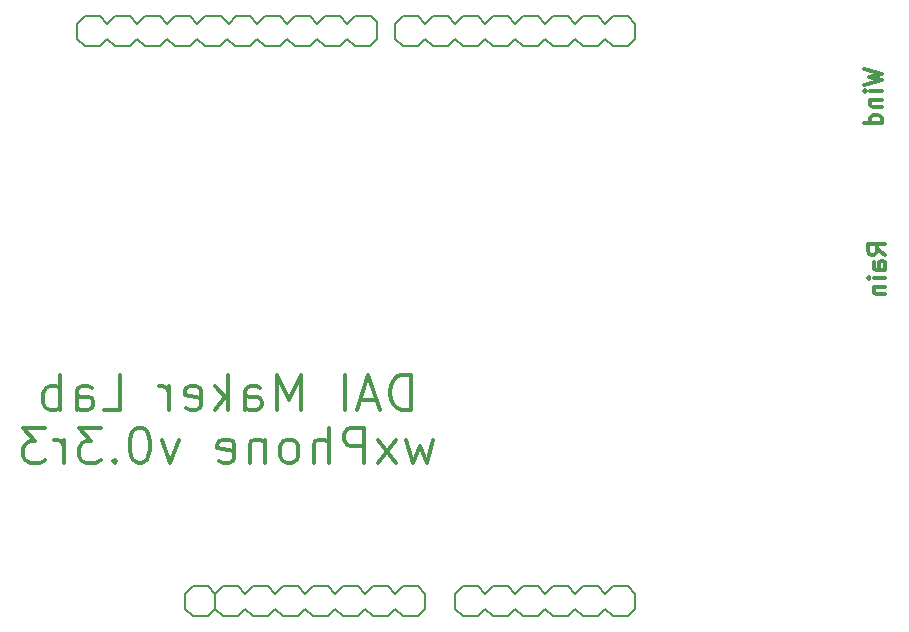
<source format=gbr>
G04 #@! TF.FileFunction,Legend,Bot*
%FSLAX46Y46*%
G04 Gerber Fmt 4.6, Leading zero omitted, Abs format (unit mm)*
G04 Created by KiCad (PCBNEW 4.0.2-stable) date Tuesday, December 06, 2016 'PMt' 03:41:46 PM*
%MOMM*%
G01*
G04 APERTURE LIST*
%ADD10C,0.100000*%
%ADD11C,0.300000*%
%ADD12C,0.150000*%
G04 APERTURE END LIST*
D10*
D11*
X189959371Y-99130800D02*
X189245086Y-98630800D01*
X189959371Y-98273657D02*
X188459371Y-98273657D01*
X188459371Y-98845085D01*
X188530800Y-98987943D01*
X188602229Y-99059371D01*
X188745086Y-99130800D01*
X188959371Y-99130800D01*
X189102229Y-99059371D01*
X189173657Y-98987943D01*
X189245086Y-98845085D01*
X189245086Y-98273657D01*
X189959371Y-100416514D02*
X189173657Y-100416514D01*
X189030800Y-100345085D01*
X188959371Y-100202228D01*
X188959371Y-99916514D01*
X189030800Y-99773657D01*
X189887943Y-100416514D02*
X189959371Y-100273657D01*
X189959371Y-99916514D01*
X189887943Y-99773657D01*
X189745086Y-99702228D01*
X189602229Y-99702228D01*
X189459371Y-99773657D01*
X189387943Y-99916514D01*
X189387943Y-100273657D01*
X189316514Y-100416514D01*
X189959371Y-101130800D02*
X188959371Y-101130800D01*
X188459371Y-101130800D02*
X188530800Y-101059371D01*
X188602229Y-101130800D01*
X188530800Y-101202228D01*
X188459371Y-101130800D01*
X188602229Y-101130800D01*
X188959371Y-101845086D02*
X189959371Y-101845086D01*
X189102229Y-101845086D02*
X189030800Y-101916514D01*
X188959371Y-102059372D01*
X188959371Y-102273657D01*
X189030800Y-102416514D01*
X189173657Y-102487943D01*
X189959371Y-102487943D01*
X188154571Y-83444057D02*
X189654571Y-83801200D01*
X188583143Y-84086914D01*
X189654571Y-84372628D01*
X188154571Y-84729771D01*
X189654571Y-85301200D02*
X188654571Y-85301200D01*
X188154571Y-85301200D02*
X188226000Y-85229771D01*
X188297429Y-85301200D01*
X188226000Y-85372628D01*
X188154571Y-85301200D01*
X188297429Y-85301200D01*
X188654571Y-86015486D02*
X189654571Y-86015486D01*
X188797429Y-86015486D02*
X188726000Y-86086914D01*
X188654571Y-86229772D01*
X188654571Y-86444057D01*
X188726000Y-86586914D01*
X188868857Y-86658343D01*
X189654571Y-86658343D01*
X189654571Y-88015486D02*
X188154571Y-88015486D01*
X189583143Y-88015486D02*
X189654571Y-87872629D01*
X189654571Y-87586915D01*
X189583143Y-87444057D01*
X189511714Y-87372629D01*
X189368857Y-87301200D01*
X188940286Y-87301200D01*
X188797429Y-87372629D01*
X188726000Y-87444057D01*
X188654571Y-87586915D01*
X188654571Y-87872629D01*
X188726000Y-88015486D01*
X149764399Y-112289543D02*
X149764399Y-109289543D01*
X149050114Y-109289543D01*
X148621542Y-109432400D01*
X148335828Y-109718114D01*
X148192971Y-110003829D01*
X148050114Y-110575257D01*
X148050114Y-111003829D01*
X148192971Y-111575257D01*
X148335828Y-111860971D01*
X148621542Y-112146686D01*
X149050114Y-112289543D01*
X149764399Y-112289543D01*
X146907256Y-111432400D02*
X145478685Y-111432400D01*
X147192971Y-112289543D02*
X146192971Y-109289543D01*
X145192971Y-112289543D01*
X144192970Y-112289543D02*
X144192970Y-109289543D01*
X140478685Y-112289543D02*
X140478685Y-109289543D01*
X139478685Y-111432400D01*
X138478685Y-109289543D01*
X138478685Y-112289543D01*
X135764400Y-112289543D02*
X135764400Y-110718114D01*
X135907257Y-110432400D01*
X136192971Y-110289543D01*
X136764400Y-110289543D01*
X137050114Y-110432400D01*
X135764400Y-112146686D02*
X136050114Y-112289543D01*
X136764400Y-112289543D01*
X137050114Y-112146686D01*
X137192971Y-111860971D01*
X137192971Y-111575257D01*
X137050114Y-111289543D01*
X136764400Y-111146686D01*
X136050114Y-111146686D01*
X135764400Y-111003829D01*
X134335828Y-112289543D02*
X134335828Y-109289543D01*
X134050114Y-111146686D02*
X133192971Y-112289543D01*
X133192971Y-110289543D02*
X134335828Y-111432400D01*
X130764400Y-112146686D02*
X131050114Y-112289543D01*
X131621543Y-112289543D01*
X131907257Y-112146686D01*
X132050114Y-111860971D01*
X132050114Y-110718114D01*
X131907257Y-110432400D01*
X131621543Y-110289543D01*
X131050114Y-110289543D01*
X130764400Y-110432400D01*
X130621543Y-110718114D01*
X130621543Y-111003829D01*
X132050114Y-111289543D01*
X129335828Y-112289543D02*
X129335828Y-110289543D01*
X129335828Y-110860971D02*
X129192971Y-110575257D01*
X129050114Y-110432400D01*
X128764400Y-110289543D01*
X128478685Y-110289543D01*
X123764400Y-112289543D02*
X125192971Y-112289543D01*
X125192971Y-109289543D01*
X121478686Y-112289543D02*
X121478686Y-110718114D01*
X121621543Y-110432400D01*
X121907257Y-110289543D01*
X122478686Y-110289543D01*
X122764400Y-110432400D01*
X121478686Y-112146686D02*
X121764400Y-112289543D01*
X122478686Y-112289543D01*
X122764400Y-112146686D01*
X122907257Y-111860971D01*
X122907257Y-111575257D01*
X122764400Y-111289543D01*
X122478686Y-111146686D01*
X121764400Y-111146686D01*
X121478686Y-111003829D01*
X120050114Y-112289543D02*
X120050114Y-109289543D01*
X120050114Y-110432400D02*
X119764400Y-110289543D01*
X119192971Y-110289543D01*
X118907257Y-110432400D01*
X118764400Y-110575257D01*
X118621543Y-110860971D01*
X118621543Y-111718114D01*
X118764400Y-112003829D01*
X118907257Y-112146686D01*
X119192971Y-112289543D01*
X119764400Y-112289543D01*
X120050114Y-112146686D01*
X151692972Y-114789543D02*
X151121543Y-116789543D01*
X150550114Y-115360971D01*
X149978686Y-116789543D01*
X149407257Y-114789543D01*
X148550115Y-116789543D02*
X146978686Y-114789543D01*
X148550115Y-114789543D02*
X146978686Y-116789543D01*
X145835829Y-116789543D02*
X145835829Y-113789543D01*
X144692972Y-113789543D01*
X144407258Y-113932400D01*
X144264401Y-114075257D01*
X144121544Y-114360971D01*
X144121544Y-114789543D01*
X144264401Y-115075257D01*
X144407258Y-115218114D01*
X144692972Y-115360971D01*
X145835829Y-115360971D01*
X142835829Y-116789543D02*
X142835829Y-113789543D01*
X141550115Y-116789543D02*
X141550115Y-115218114D01*
X141692972Y-114932400D01*
X141978686Y-114789543D01*
X142407258Y-114789543D01*
X142692972Y-114932400D01*
X142835829Y-115075257D01*
X139692972Y-116789543D02*
X139978686Y-116646686D01*
X140121543Y-116503829D01*
X140264400Y-116218114D01*
X140264400Y-115360971D01*
X140121543Y-115075257D01*
X139978686Y-114932400D01*
X139692972Y-114789543D01*
X139264400Y-114789543D01*
X138978686Y-114932400D01*
X138835829Y-115075257D01*
X138692972Y-115360971D01*
X138692972Y-116218114D01*
X138835829Y-116503829D01*
X138978686Y-116646686D01*
X139264400Y-116789543D01*
X139692972Y-116789543D01*
X137407257Y-114789543D02*
X137407257Y-116789543D01*
X137407257Y-115075257D02*
X137264400Y-114932400D01*
X136978686Y-114789543D01*
X136550114Y-114789543D01*
X136264400Y-114932400D01*
X136121543Y-115218114D01*
X136121543Y-116789543D01*
X133550114Y-116646686D02*
X133835828Y-116789543D01*
X134407257Y-116789543D01*
X134692971Y-116646686D01*
X134835828Y-116360971D01*
X134835828Y-115218114D01*
X134692971Y-114932400D01*
X134407257Y-114789543D01*
X133835828Y-114789543D01*
X133550114Y-114932400D01*
X133407257Y-115218114D01*
X133407257Y-115503829D01*
X134835828Y-115789543D01*
X130121543Y-114789543D02*
X129407257Y-116789543D01*
X128692971Y-114789543D01*
X126978686Y-113789543D02*
X126692971Y-113789543D01*
X126407257Y-113932400D01*
X126264400Y-114075257D01*
X126121543Y-114360971D01*
X125978686Y-114932400D01*
X125978686Y-115646686D01*
X126121543Y-116218114D01*
X126264400Y-116503829D01*
X126407257Y-116646686D01*
X126692971Y-116789543D01*
X126978686Y-116789543D01*
X127264400Y-116646686D01*
X127407257Y-116503829D01*
X127550114Y-116218114D01*
X127692971Y-115646686D01*
X127692971Y-114932400D01*
X127550114Y-114360971D01*
X127407257Y-114075257D01*
X127264400Y-113932400D01*
X126978686Y-113789543D01*
X124692971Y-116503829D02*
X124550114Y-116646686D01*
X124692971Y-116789543D01*
X124835828Y-116646686D01*
X124692971Y-116503829D01*
X124692971Y-116789543D01*
X123550115Y-113789543D02*
X121692972Y-113789543D01*
X122692972Y-114932400D01*
X122264400Y-114932400D01*
X121978686Y-115075257D01*
X121835829Y-115218114D01*
X121692972Y-115503829D01*
X121692972Y-116218114D01*
X121835829Y-116503829D01*
X121978686Y-116646686D01*
X122264400Y-116789543D01*
X123121543Y-116789543D01*
X123407257Y-116646686D01*
X123550115Y-116503829D01*
X120407257Y-116789543D02*
X120407257Y-114789543D01*
X120407257Y-115360971D02*
X120264400Y-115075257D01*
X120121543Y-114932400D01*
X119835829Y-114789543D01*
X119550114Y-114789543D01*
X118835829Y-113789543D02*
X116978686Y-113789543D01*
X117978686Y-114932400D01*
X117550114Y-114932400D01*
X117264400Y-115075257D01*
X117121543Y-115218114D01*
X116978686Y-115503829D01*
X116978686Y-116218114D01*
X117121543Y-116503829D01*
X117264400Y-116646686D01*
X117550114Y-116789543D01*
X118407257Y-116789543D01*
X118692971Y-116646686D01*
X118835829Y-116503829D01*
D12*
X143752100Y-81473600D02*
X142482100Y-81473600D01*
X142482100Y-81473600D02*
X141847100Y-80838600D01*
X141847100Y-80838600D02*
X141212100Y-81473600D01*
X141212100Y-81473600D02*
X139942100Y-81473600D01*
X139942100Y-81473600D02*
X139307100Y-80838600D01*
X139307100Y-80838600D02*
X138672100Y-81473600D01*
X138672100Y-81473600D02*
X137402100Y-81473600D01*
X137402100Y-81473600D02*
X136767100Y-80838600D01*
X136767100Y-80838600D02*
X136132100Y-81473600D01*
X136132100Y-81473600D02*
X134862100Y-81473600D01*
X134862100Y-81473600D02*
X134227100Y-80838600D01*
X134227100Y-80838600D02*
X133592100Y-81473600D01*
X133592100Y-81473600D02*
X132449100Y-81473600D01*
X132449100Y-81473600D02*
X132322100Y-81473600D01*
X132322100Y-81473600D02*
X131687100Y-80838600D01*
X131687100Y-80838600D02*
X131052100Y-81473600D01*
X131052100Y-81473600D02*
X129782100Y-81473600D01*
X129782100Y-81473600D02*
X129147100Y-80838600D01*
X129147100Y-80838600D02*
X128512100Y-81473600D01*
X128512100Y-81473600D02*
X127242100Y-81473600D01*
X127242100Y-81473600D02*
X126607100Y-80838600D01*
X126607100Y-80838600D02*
X125972100Y-81473600D01*
X125972100Y-81473600D02*
X124702100Y-81473600D01*
X124702100Y-81473600D02*
X124067100Y-80838600D01*
X124067100Y-80838600D02*
X123432100Y-81473600D01*
X123432100Y-81473600D02*
X122162100Y-81473600D01*
X122162100Y-81473600D02*
X121527100Y-80838600D01*
X121527100Y-79568600D02*
X121527100Y-80838600D01*
X128512100Y-78933600D02*
X127242100Y-78933600D01*
X127242100Y-78933600D02*
X126607100Y-79568600D01*
X126607100Y-79568600D02*
X125972100Y-78933600D01*
X125972100Y-78933600D02*
X124702100Y-78933600D01*
X124702100Y-78933600D02*
X124067100Y-79568600D01*
X124067100Y-79568600D02*
X123432100Y-78933600D01*
X123432100Y-78933600D02*
X122162100Y-78933600D01*
X122162100Y-78933600D02*
X121527100Y-79568600D01*
X143752100Y-78933600D02*
X142482100Y-78933600D01*
X142482100Y-78933600D02*
X141847100Y-79568600D01*
X141847100Y-79568600D02*
X141212100Y-78933600D01*
X141212100Y-78933600D02*
X139942100Y-78933600D01*
X139942100Y-78933600D02*
X139307100Y-79568600D01*
X139307100Y-79568600D02*
X138672100Y-78933600D01*
X138672100Y-78933600D02*
X137402100Y-78933600D01*
X137402100Y-78933600D02*
X136767100Y-79568600D01*
X136767100Y-79568600D02*
X136132100Y-78933600D01*
X136132100Y-78933600D02*
X134989100Y-78933600D01*
X134989100Y-78933600D02*
X134354100Y-79568600D01*
X134354100Y-79568600D02*
X133719100Y-78933600D01*
X133719100Y-78933600D02*
X132322100Y-78933600D01*
X132322100Y-78933600D02*
X131687100Y-79568600D01*
X131687100Y-79568600D02*
X131052100Y-78933600D01*
X131052100Y-78933600D02*
X129782100Y-78933600D01*
X129782100Y-78933600D02*
X129147100Y-79568600D01*
X129147100Y-79568600D02*
X128512100Y-78933600D01*
X145022100Y-78933600D02*
X146165100Y-78933600D01*
X146292100Y-81473600D02*
X145022100Y-81473600D01*
X146927100Y-80838600D02*
X146927100Y-79441600D01*
X146927100Y-80838600D02*
X146292100Y-81473600D01*
X145022100Y-81473600D02*
X144387100Y-80838600D01*
X144387100Y-80838600D02*
X143752100Y-81473600D01*
X144387100Y-79568600D02*
X143752100Y-78933600D01*
X145022100Y-78933600D02*
X144387100Y-79568600D01*
X146927100Y-79441600D02*
X146419100Y-78933600D01*
X146419100Y-78933600D02*
X146165100Y-78933600D01*
X165596100Y-81473600D02*
X164326100Y-81473600D01*
X164326100Y-81473600D02*
X163691100Y-80838600D01*
X163691100Y-80838600D02*
X163056100Y-81473600D01*
X163056100Y-81473600D02*
X161786100Y-81473600D01*
X161786100Y-81473600D02*
X161151100Y-80838600D01*
X161151100Y-80838600D02*
X160516100Y-81473600D01*
X160516100Y-81473600D02*
X159246100Y-81473600D01*
X159246100Y-81473600D02*
X158611100Y-80838600D01*
X158611100Y-80838600D02*
X157976100Y-81473600D01*
X157976100Y-81473600D02*
X156706100Y-81473600D01*
X156706100Y-81473600D02*
X156071100Y-80838600D01*
X156071100Y-80838600D02*
X155436100Y-81473600D01*
X155436100Y-81473600D02*
X154166100Y-81473600D01*
X154166100Y-81473600D02*
X153531100Y-80838600D01*
X153531100Y-80838600D02*
X152896100Y-81473600D01*
X152896100Y-81473600D02*
X151626100Y-81473600D01*
X151626100Y-81473600D02*
X150991100Y-80838600D01*
X150991100Y-80838600D02*
X150356100Y-81473600D01*
X150356100Y-81473600D02*
X149086100Y-81473600D01*
X149086100Y-81473600D02*
X148451100Y-80838600D01*
X148451100Y-80838600D02*
X148451100Y-79568600D01*
X148451100Y-79568600D02*
X149086100Y-78933600D01*
X149086100Y-78933600D02*
X150356100Y-78933600D01*
X150356100Y-78933600D02*
X150991100Y-79568600D01*
X150991100Y-79568600D02*
X151626100Y-78933600D01*
X151626100Y-78933600D02*
X152896100Y-78933600D01*
X152896100Y-78933600D02*
X153531100Y-79568600D01*
X153531100Y-79568600D02*
X154166100Y-78933600D01*
X154166100Y-78933600D02*
X155436100Y-78933600D01*
X155436100Y-78933600D02*
X156071100Y-79568600D01*
X156071100Y-79568600D02*
X156706100Y-78933600D01*
X156706100Y-78933600D02*
X157976100Y-78933600D01*
X157976100Y-78933600D02*
X158611100Y-79568600D01*
X158611100Y-79568600D02*
X159246100Y-78933600D01*
X159246100Y-78933600D02*
X160516100Y-78933600D01*
X160516100Y-78933600D02*
X161151100Y-79568600D01*
X161151100Y-79568600D02*
X161786100Y-78933600D01*
X161786100Y-78933600D02*
X163056100Y-78933600D01*
X163056100Y-78933600D02*
X163691100Y-79568600D01*
X163691100Y-79568600D02*
X164326100Y-78933600D01*
X164326100Y-78933600D02*
X165596100Y-78933600D01*
X165596100Y-78933600D02*
X166231100Y-79568600D01*
X166231100Y-79568600D02*
X166866100Y-78933600D01*
X166866100Y-78933600D02*
X168136100Y-78933600D01*
X168136100Y-78933600D02*
X168771100Y-79568600D01*
X165596100Y-81473600D02*
X166231100Y-80838600D01*
X166231100Y-80838600D02*
X165596100Y-81473600D01*
X166866100Y-81473600D02*
X168136100Y-81473600D01*
X168771100Y-79568600D02*
X168771100Y-80838600D01*
X168771100Y-80838600D02*
X168136100Y-81473600D01*
X166866100Y-81473600D02*
X166231100Y-80838600D01*
X160516100Y-127193600D02*
X159246100Y-127193600D01*
X159246100Y-127193600D02*
X158611100Y-127828600D01*
X158611100Y-127828600D02*
X157976100Y-127193600D01*
X157976100Y-127193600D02*
X156706100Y-127193600D01*
X156706100Y-127193600D02*
X156071100Y-127828600D01*
X156071100Y-127828600D02*
X155436100Y-127193600D01*
X155436100Y-127193600D02*
X154166100Y-127193600D01*
X154166100Y-127193600D02*
X153531100Y-127828600D01*
X161786100Y-127193600D02*
X163056100Y-127193600D01*
X161151100Y-129098600D02*
X161786100Y-129733600D01*
X161786100Y-129733600D02*
X163056100Y-129733600D01*
X163056100Y-129733600D02*
X163691100Y-129098600D01*
X163691100Y-129098600D02*
X164326100Y-129733600D01*
X164326100Y-129733600D02*
X165596100Y-129733600D01*
X165596100Y-129733600D02*
X166231100Y-129098600D01*
X166231100Y-129098600D02*
X166866100Y-129733600D01*
X166866100Y-129733600D02*
X168136100Y-129733600D01*
X168136100Y-129733600D02*
X168771100Y-129098600D01*
X168771100Y-129098600D02*
X168771100Y-127828600D01*
X168771100Y-127828600D02*
X168136100Y-127193600D01*
X168136100Y-127193600D02*
X166866100Y-127193600D01*
X166866100Y-127193600D02*
X166231100Y-127828600D01*
X166231100Y-127828600D02*
X165596100Y-127193600D01*
X165596100Y-127193600D02*
X164326100Y-127193600D01*
X164326100Y-127193600D02*
X163691100Y-127828600D01*
X163691100Y-127828600D02*
X163056100Y-127193600D01*
X161786100Y-127193600D02*
X161151100Y-127828600D01*
X161151100Y-127828600D02*
X160516100Y-127193600D01*
X156706100Y-129733600D02*
X157976100Y-129733600D01*
X157976100Y-129733600D02*
X158611100Y-129098600D01*
X158611100Y-129098600D02*
X159246100Y-129733600D01*
X159246100Y-129733600D02*
X160516100Y-129733600D01*
X160516100Y-129733600D02*
X161151100Y-129098600D01*
X153531100Y-127828600D02*
X153531100Y-129098600D01*
X153531100Y-129098600D02*
X154166100Y-129733600D01*
X154166100Y-129733600D02*
X155436100Y-129733600D01*
X155436100Y-129733600D02*
X156071100Y-129098600D01*
X156071100Y-129098600D02*
X156706100Y-129733600D01*
X135751100Y-129098600D02*
X135116100Y-129733600D01*
X135116100Y-129733600D02*
X133846100Y-129733600D01*
X133846100Y-129733600D02*
X133211100Y-129098600D01*
X136386100Y-129733600D02*
X137656100Y-129733600D01*
X142736100Y-129733600D02*
X141466100Y-129733600D01*
X141466100Y-129733600D02*
X140831100Y-129098600D01*
X140831100Y-129098600D02*
X140196100Y-129733600D01*
X140196100Y-129733600D02*
X138926100Y-129733600D01*
X138926100Y-129733600D02*
X138291100Y-129098600D01*
X138291100Y-129098600D02*
X137656100Y-129733600D01*
X136386100Y-129733600D02*
X135751100Y-129098600D01*
X145276100Y-127193600D02*
X145911100Y-127828600D01*
X145911100Y-127828600D02*
X146546100Y-127193600D01*
X146546100Y-127193600D02*
X147816100Y-127193600D01*
X147816100Y-127193600D02*
X148451100Y-127828600D01*
X148451100Y-127828600D02*
X149086100Y-127193600D01*
X149086100Y-127193600D02*
X150356100Y-127193600D01*
X150356100Y-127193600D02*
X150991100Y-127828600D01*
X150991100Y-127828600D02*
X150991100Y-129098600D01*
X150991100Y-129098600D02*
X150356100Y-129733600D01*
X150356100Y-129733600D02*
X149086100Y-129733600D01*
X149086100Y-129733600D02*
X148451100Y-129098600D01*
X148451100Y-129098600D02*
X147816100Y-129733600D01*
X147816100Y-129733600D02*
X146546100Y-129733600D01*
X146546100Y-129733600D02*
X145911100Y-129098600D01*
X145911100Y-129098600D02*
X145276100Y-129733600D01*
X145276100Y-129733600D02*
X144006100Y-129733600D01*
X144006100Y-129733600D02*
X143371100Y-129098600D01*
X143371100Y-129098600D02*
X142736100Y-129733600D01*
X133211100Y-127828600D02*
X133846100Y-127193600D01*
X133846100Y-127193600D02*
X135116100Y-127193600D01*
X135116100Y-127193600D02*
X135751100Y-127828600D01*
X135751100Y-127828600D02*
X136386100Y-127193600D01*
X136386100Y-127193600D02*
X137656100Y-127193600D01*
X137656100Y-127193600D02*
X138291100Y-127828600D01*
X138291100Y-127828600D02*
X138926100Y-127193600D01*
X138926100Y-127193600D02*
X140196100Y-127193600D01*
X140196100Y-127193600D02*
X140831100Y-127828600D01*
X140831100Y-127828600D02*
X141466100Y-127193600D01*
X141466100Y-127193600D02*
X142736100Y-127193600D01*
X142736100Y-127193600D02*
X143371100Y-127828600D01*
X143371100Y-127828600D02*
X144006100Y-127193600D01*
X144006100Y-127193600D02*
X145276100Y-127193600D01*
X132576100Y-129733600D02*
X131306100Y-129733600D01*
X131306100Y-129733600D02*
X130671100Y-129098600D01*
X130671100Y-129098600D02*
X130671100Y-127828600D01*
X130671100Y-127828600D02*
X131306100Y-127193600D01*
X131306100Y-127193600D02*
X132576100Y-127193600D01*
X132576100Y-127193600D02*
X133211100Y-127828600D01*
X133211100Y-127828600D02*
X133211100Y-129098600D01*
X133211100Y-129098600D02*
X132576100Y-129733600D01*
M02*

</source>
